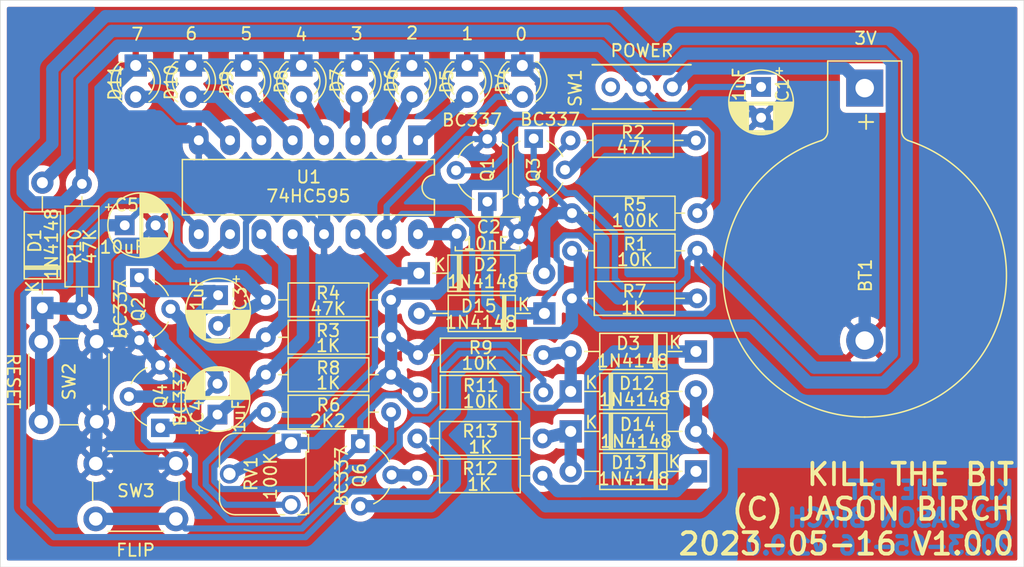
<source format=kicad_pcb>
(kicad_pcb (version 20171130) (host pcbnew 5.1.9+dfsg1-1~bpo10+1~rpt1)
  (layers (0 F.Cu signal) (31 B.Cu signal) (34 B.Paste user) (35 F.Paste user) (36 B.SilkS user) (37 F.SilkS user) (38 B.Mask user) (39 F.Mask user) (44 Edge.Cuts user))
  (net 0 "")
  (net 1 "Net-(BT1-Pad2)")
  (net 2 "Net-(BT1-Pad1)")
  (net 3 "Net-(C1-Pad1)")
  (net 4 "Net-(C3-Pad2)")
  (net 5 /SHIFT_BITS)
  (net 6 /LATCH_BITS)
  (net 7 "Net-(C4-Pad2)")
  (net 8 /RESET)
  (net 9 "Net-(D1-Pad2)")
  (net 10 /RESET_SET_BIT)
  (net 11 "Net-(D2-Pad2)")
  (net 12 "Net-(D13-Pad1)")
  (net 13 "Net-(D12-Pad1)")
  (net 14 /RESET_BIT_CONFIRM)
  (net 15 "Net-(D5-Pad2)")
  (net 16 "Net-(D6-Pad2)")
  (net 17 "Net-(D7-Pad2)")
  (net 18 "Net-(D8-Pad2)")
  (net 19 "Net-(D9-Pad2)")
  (net 20 "Net-(D10-Pad2)")
  (net 21 "Net-(D11-Pad2)")
  (net 22 "Net-(D12-Pad2)")
  (net 23 "Net-(D13-Pad2)")
  (net 24 "Net-(Q1-Pad2)")
  (net 25 "Net-(Q3-Pad2)")
  (net 26 "Net-(Q6-Pad2)")
  (net 27 "Net-(R6-Pad1)")
  (net 28 /CARRY_BIT_7_TO_0)
  (module KiCad_Module_Library:SWITCH_SPDT (layer F.Cu) (at 157 77.03 180)
    (fp_text reference SW1 (at 5.38 -0.09 270) (layer F.SilkS))
    (fp_text value POWER (at -0.03 2.94 180) (layer F.SilkS))
    (pad 1 thru_hole circle (at -2.5 0 180) (size 1.5 1.5) (drill 0.9) (layers *.Cu *.Mask) (net 2 "Net-(BT1-Pad1)"))
    (pad 2 thru_hole circle (at 0 0 180) (size 1.5 1.5) (drill 0.9) (layers *.Cu *.Mask) (net 3 "Net-(C1-Pad1)"))
    (pad 3 thru_hole circle (at 2.5 0 180) (size 1.5 1.5) (drill 0.9) (layers *.Cu *.Mask))
  )
  (module Battery:BatteryHolder_Keystone_103_1x20mm (layer F.Cu) (at 175.090166 77.125001 270)
    (fp_text reference BT1 (at 15.204999 -0.059834 90) (layer F.SilkS))
    (fp_text value 3V (at -4.045001 -0.069834 180) (layer F.SilkS))
    (fp_text user + (at 2.75 0 90) (layer F.SilkS) (effects (font (size 1.5 1.5))))
    (pad 2 thru_hole circle (at 20.49 0 270) (size 3 3) (drill 1.5) (layers *.Cu *.Mask) (net 1 "Net-(BT1-Pad2)"))
    (pad 1 thru_hole rect (at 0 0 270) (size 3 3) (drill 1.5) (layers *.Cu *.Mask) (net 2 "Net-(BT1-Pad1)"))
  )
  (module Capacitor_THT:CP_Radial_D5.0mm_P2.50mm (layer F.Cu) (at 166.69 77.03 270)
    (fp_text reference C1 (at 0.26 -1.73 90) (layer F.SilkS))
    (fp_text value 1uF (at -0.2 1.77 90) (layer F.SilkS))
    (pad 1 thru_hole rect (at 0 0 270) (size 1.6 1.6) (drill 0.8) (layers *.Cu *.Mask) (net 3 "Net-(C1-Pad1)"))
    (pad 2 thru_hole circle (at 2.5 0 270) (size 1.6 1.6) (drill 0.8) (layers *.Cu *.Mask) (net 1 "Net-(BT1-Pad2)"))
  )
  (module Capacitor_THT:C_Disc_D5.0mm_W2.5mm_P5.00mm (layer F.Cu) (at 142.01 88.95)
    (fp_text reference C2 (at 2.59 -0.55) (layer F.SilkS))
    (fp_text value 10nF (at 2.37 0.79) (layer F.SilkS))
    (pad 2 thru_hole circle (at 5 0) (size 1.6 1.6) (drill 0.8) (layers *.Cu *.Mask) (net 1 "Net-(BT1-Pad2)"))
    (pad 1 thru_hole circle (at 0 0) (size 1.6 1.6) (drill 0.8) (layers *.Cu *.Mask) (net 3 "Net-(C1-Pad1)"))
  )
  (module Capacitor_THT:CP_Radial_D5.0mm_P2.50mm (layer F.Cu) (at 122.66 93.93 270)
    (fp_text reference C3 (at 0.27 -1.79 90) (layer F.SilkS))
    (fp_text value 1uF (at -0.12 1.71 90) (layer F.SilkS))
    (pad 2 thru_hole circle (at 2.5 0 270) (size 1.6 1.6) (drill 0.8) (layers *.Cu *.Mask) (net 4 "Net-(C3-Pad2)"))
    (pad 1 thru_hole rect (at 0 0 270) (size 1.6 1.6) (drill 0.8) (layers *.Cu *.Mask) (net 5 /SHIFT_BITS))
  )
  (module Capacitor_THT:CP_Radial_D5.0mm_P2.50mm (layer F.Cu) (at 122.61 103.62 90)
    (fp_text reference C4 (at 0.24 -1.64 90) (layer F.SilkS))
    (fp_text value 1uF (at -0.12 1.73 90) (layer F.SilkS))
    (pad 1 thru_hole rect (at 0 0 90) (size 1.6 1.6) (drill 0.8) (layers *.Cu *.Mask) (net 6 /LATCH_BITS))
    (pad 2 thru_hole circle (at 2.5 0 90) (size 1.6 1.6) (drill 0.8) (layers *.Cu *.Mask) (net 7 "Net-(C4-Pad2)"))
  )
  (module Capacitor_THT:CP_Radial_D5.0mm_P2.50mm (layer F.Cu) (at 115.09 88.26)
    (fp_text reference C5 (at 0.17 -1.65) (layer F.SilkS))
    (fp_text value 10uF (at -0.19 1.78) (layer F.SilkS))
    (pad 2 thru_hole circle (at 2.5 0) (size 1.6 1.6) (drill 0.8) (layers *.Cu *.Mask) (net 1 "Net-(BT1-Pad2)"))
    (pad 1 thru_hole rect (at 0 0) (size 1.6 1.6) (drill 0.8) (layers *.Cu *.Mask) (net 8 /RESET))
  )
  (module Diode_THT:D_A-405_P10.16mm_Horizontal (layer F.Cu) (at 108.41 94.96 90)
    (fp_text reference D1 (at 5.44 -0.61 90) (layer F.SilkS))
    (fp_text value 1N4148 (at 5.18 0.75 90) (layer F.SilkS))
    (fp_text user K (at 1.72 -0.8 90) (layer F.SilkS))
    (pad 2 thru_hole oval (at 10.16 0 90) (size 1.8 1.8) (drill 0.9) (layers *.Cu *.Mask) (net 9 "Net-(D1-Pad2)"))
    (pad 1 thru_hole rect (at 0 0 90) (size 1.8 1.8) (drill 0.9) (layers *.Cu *.Mask) (net 8 /RESET))
  )
  (module Diode_THT:D_A-405_P10.16mm_Horizontal (layer F.Cu) (at 138.94 92.15)
    (fp_text reference D2 (at 5.41 -0.69) (layer F.SilkS))
    (fp_text value 1N4148 (at 5.04 3.99) (layer F.SilkS))
    (fp_text user K (at 1.68 -0.69) (layer F.SilkS))
    (pad 1 thru_hole rect (at 0 0) (size 1.8 1.8) (drill 0.9) (layers *.Cu *.Mask) (net 10 /RESET_SET_BIT))
    (pad 2 thru_hole oval (at 10.16 0) (size 1.8 1.8) (drill 0.9) (layers *.Cu *.Mask) (net 11 "Net-(D2-Pad2)"))
  )
  (module Diode_THT:D_A-405_P10.16mm_Horizontal (layer F.Cu) (at 161.41 98.5 180)
    (fp_text reference D3 (at 5.49 0.65) (layer F.SilkS))
    (fp_text value 1N4148 (at 5.12 -0.77) (layer F.SilkS))
    (fp_text user K (at 1.69 0.74) (layer F.SilkS))
    (pad 2 thru_hole oval (at 10.16 0 180) (size 1.8 1.8) (drill 0.9) (layers *.Cu *.Mask) (net 13 "Net-(D12-Pad1)"))
    (pad 1 thru_hole rect (at 0 0 180) (size 1.8 1.8) (drill 0.9) (layers *.Cu *.Mask) (net 12 "Net-(D13-Pad1)"))
  )
  (module LED_THT:LED_D3.0mm (layer F.Cu) (at 147.33 75.29 270)
    (fp_text reference D4 (at 1.26 1.61 90) (layer F.SilkS))
    (fp_text value 0 (at -2.53 0.09 180) (layer F.SilkS))
    (pad 2 thru_hole circle (at 2.54 0 270) (size 1.8 1.8) (drill 0.9) (layers *.Cu *.Mask) (net 14 /RESET_BIT_CONFIRM))
    (pad 1 thru_hole rect (at 0 0 270) (size 1.8 1.8) (drill 0.9) (layers *.Cu *.Mask) (net 1 "Net-(BT1-Pad2)"))
  )
  (module LED_THT:LED_D3.0mm (layer F.Cu) (at 142.851429 75.29 270)
    (fp_text reference D5 (at 1.29 1.651429 90) (layer F.SilkS))
    (fp_text value 1 (at -2.57 -0.028571 180) (layer F.SilkS))
    (pad 1 thru_hole rect (at 0 0 270) (size 1.8 1.8) (drill 0.9) (layers *.Cu *.Mask) (net 1 "Net-(BT1-Pad2)"))
    (pad 2 thru_hole circle (at 2.54 0 270) (size 1.8 1.8) (drill 0.9) (layers *.Cu *.Mask) (net 15 "Net-(D5-Pad2)"))
  )
  (module LED_THT:LED_D3.0mm (layer F.Cu) (at 138.372858 75.29 270)
    (fp_text reference D6 (at 1.23 1.662858 90) (layer F.SilkS))
    (fp_text value 2 (at -2.63 -0.027142 180) (layer F.SilkS))
    (pad 2 thru_hole circle (at 2.54 0 270) (size 1.8 1.8) (drill 0.9) (layers *.Cu *.Mask) (net 16 "Net-(D6-Pad2)"))
    (pad 1 thru_hole rect (at 0 0 270) (size 1.8 1.8) (drill 0.9) (layers *.Cu *.Mask) (net 1 "Net-(BT1-Pad2)"))
  )
  (module LED_THT:LED_D3.0mm (layer F.Cu) (at 133.894287 75.29 270)
    (fp_text reference D7 (at 1.23 1.604287 90) (layer F.SilkS))
    (fp_text value 3 (at -2.57 -0.015713 180) (layer F.SilkS))
    (pad 1 thru_hole rect (at 0 0 270) (size 1.8 1.8) (drill 0.9) (layers *.Cu *.Mask) (net 1 "Net-(BT1-Pad2)"))
    (pad 2 thru_hole circle (at 2.54 0 270) (size 1.8 1.8) (drill 0.9) (layers *.Cu *.Mask) (net 17 "Net-(D7-Pad2)"))
  )
  (module LED_THT:LED_D3.0mm (layer F.Cu) (at 129.415716 75.29 270)
    (fp_text reference D8 (at 1.29 1.645716 90) (layer F.SilkS))
    (fp_text value 4 (at -2.5 0.015716 180) (layer F.SilkS))
    (pad 2 thru_hole circle (at 2.54 0 270) (size 1.8 1.8) (drill 0.9) (layers *.Cu *.Mask) (net 18 "Net-(D8-Pad2)"))
    (pad 1 thru_hole rect (at 0 0 270) (size 1.8 1.8) (drill 0.9) (layers *.Cu *.Mask) (net 1 "Net-(BT1-Pad2)"))
  )
  (module LED_THT:LED_D3.0mm (layer F.Cu) (at 124.937145 75.29 270)
    (fp_text reference D9 (at 1.39 1.577145 90) (layer F.SilkS))
    (fp_text value 5 (at -2.57 -0.012855 180) (layer F.SilkS))
    (pad 1 thru_hole rect (at 0 0 270) (size 1.8 1.8) (drill 0.9) (layers *.Cu *.Mask) (net 1 "Net-(BT1-Pad2)"))
    (pad 2 thru_hole circle (at 2.54 0 270) (size 1.8 1.8) (drill 0.9) (layers *.Cu *.Mask) (net 19 "Net-(D9-Pad2)"))
  )
  (module LED_THT:LED_D3.0mm (layer F.Cu) (at 120.458574 75.29 270)
    (fp_text reference D10 (at 1.36 1.608574 270) (layer F.SilkS))
    (fp_text value 6 (at -2.57 -0.031426 180) (layer F.SilkS))
    (pad 1 thru_hole rect (at 0 0 270) (size 1.8 1.8) (drill 0.9) (layers *.Cu *.Mask) (net 1 "Net-(BT1-Pad2)"))
    (pad 2 thru_hole circle (at 2.54 0 270) (size 1.8 1.8) (drill 0.9) (layers *.Cu *.Mask) (net 20 "Net-(D10-Pad2)"))
  )
  (module LED_THT:LED_D3.0mm (layer F.Cu) (at 115.980003 75.29 270)
    (fp_text reference D11 (at 1.39 1.690003 270) (layer F.SilkS))
    (fp_text value 7 (at -2.53 -0.129997 180) (layer F.SilkS))
    (pad 2 thru_hole circle (at 2.54 0 270) (size 1.8 1.8) (drill 0.9) (layers *.Cu *.Mask) (net 21 "Net-(D11-Pad2)"))
    (pad 1 thru_hole rect (at 0 0 270) (size 1.8 1.8) (drill 0.9) (layers *.Cu *.Mask) (net 1 "Net-(BT1-Pad2)"))
  )
  (module Diode_THT:D_A-405_P10.16mm_Horizontal (layer F.Cu) (at 151.25 101.743333)
    (fp_text reference D12 (at 5.37 -0.653333) (layer F.SilkS))
    (fp_text value 1N4148 (at 5.2 0.666667) (layer F.SilkS))
    (fp_text user K (at 1.67 -0.723333) (layer F.SilkS))
    (pad 2 thru_hole oval (at 10.16 0) (size 1.8 1.8) (drill 0.9) (layers *.Cu *.Mask) (net 22 "Net-(D12-Pad2)"))
    (pad 1 thru_hole rect (at 0 0) (size 1.8 1.8) (drill 0.9) (layers *.Cu *.Mask) (net 13 "Net-(D12-Pad1)"))
  )
  (module Diode_THT:D_A-405_P10.16mm_Horizontal (layer F.Cu) (at 161.41 108.229999 180)
    (fp_text reference D13 (at 5.43 0.709999) (layer F.SilkS))
    (fp_text value 1N4148 (at 4.86 2.429999) (layer F.SilkS))
    (fp_text user K (at 1.74 0.779999) (layer F.SilkS))
    (pad 2 thru_hole oval (at 10.16 0 180) (size 1.8 1.8) (drill 0.9) (layers *.Cu *.Mask) (net 23 "Net-(D13-Pad2)"))
    (pad 1 thru_hole rect (at 0 0 180) (size 1.8 1.8) (drill 0.9) (layers *.Cu *.Mask) (net 12 "Net-(D13-Pad1)"))
  )
  (module Diode_THT:D_A-405_P10.16mm_Horizontal (layer F.Cu) (at 151.25 104.986666)
    (fp_text reference D14 (at 5.43 -0.566666) (layer F.SilkS))
    (fp_text value 1N4148 (at 5.12 3.853334) (layer F.SilkS))
    (fp_text user K (at 1.67 -0.736666) (layer F.SilkS))
    (pad 1 thru_hole rect (at 0 0) (size 1.8 1.8) (drill 0.9) (layers *.Cu *.Mask) (net 23 "Net-(D13-Pad2)"))
    (pad 2 thru_hole oval (at 10.16 0) (size 1.8 1.8) (drill 0.9) (layers *.Cu *.Mask) (net 22 "Net-(D12-Pad2)"))
  )
  (module Diode_THT:D_A-405_P10.16mm_Horizontal (layer F.Cu) (at 149.12 95.41 180)
    (fp_text reference D15 (at 5.33 0.59) (layer F.SilkS))
    (fp_text value 1N4148 (at 4.97 2.57) (layer F.SilkS))
    (fp_text user K (at 1.67 0.72) (layer F.SilkS))
    (pad 1 thru_hole rect (at 0 0 180) (size 1.8 1.8) (drill 0.9) (layers *.Cu *.Mask) (net 9 "Net-(D1-Pad2)"))
    (pad 2 thru_hole oval (at 10.16 0 180) (size 1.8 1.8) (drill 0.9) (layers *.Cu *.Mask) (net 14 /RESET_BIT_CONFIRM))
  )
  (module Package_TO_SOT_THT:TO-92L_Wide (layer F.Cu) (at 144.49 86.34 90)
    (fp_text reference Q1 (at 2.59 0.01 90) (layer F.SilkS))
    (fp_text value BC337 (at 6.68 5.09 180) (layer F.SilkS))
    (pad 2 thru_hole circle (at 2.54 -2.54 180) (size 1.5 1.5) (drill 0.8) (layers *.Cu *.Mask) (net 24 "Net-(Q1-Pad2)"))
    (pad 3 thru_hole circle (at 5.08 0 180) (size 1.5 1.5) (drill 0.8) (layers *.Cu *.Mask) (net 1 "Net-(BT1-Pad2)"))
    (pad 1 thru_hole rect (at 0 0 180) (size 1.5 1.5) (drill 0.8) (layers *.Cu *.Mask) (net 9 "Net-(D1-Pad2)"))
  )
  (module Package_TO_SOT_THT:TO-92L_Wide (layer F.Cu) (at 116.27 92.51 270)
    (fp_text reference Q2 (at 2.55 0.07 90) (layer F.SilkS))
    (fp_text value BC337 (at 2.55 1.52 90) (layer F.SilkS))
    (pad 2 thru_hole circle (at 2.54 -2.54) (size 1.5 1.5) (drill 0.8) (layers *.Cu *.Mask) (net 7 "Net-(C4-Pad2)"))
    (pad 3 thru_hole circle (at 5.08 0) (size 1.5 1.5) (drill 0.8) (layers *.Cu *.Mask) (net 1 "Net-(BT1-Pad2)"))
    (pad 1 thru_hole rect (at 0 0) (size 1.5 1.5) (drill 0.8) (layers *.Cu *.Mask) (net 5 /SHIFT_BITS))
  )
  (module Package_TO_SOT_THT:TO-92L_Wide (layer F.Cu) (at 148.25 81.22 270)
    (fp_text reference Q3 (at 2.53 0.02 90) (layer F.SilkS))
    (fp_text value BC337 (at -1.5 5 180) (layer F.SilkS))
    (pad 1 thru_hole rect (at 0 0) (size 1.5 1.5) (drill 0.8) (layers *.Cu *.Mask) (net 11 "Net-(D2-Pad2)"))
    (pad 3 thru_hole circle (at 5.08 0) (size 1.5 1.5) (drill 0.8) (layers *.Cu *.Mask) (net 1 "Net-(BT1-Pad2)"))
    (pad 2 thru_hole circle (at 2.54 -2.54) (size 1.5 1.5) (drill 0.8) (layers *.Cu *.Mask) (net 25 "Net-(Q3-Pad2)"))
  )
  (module Package_TO_SOT_THT:TO-92L_Wide (layer F.Cu) (at 117.97 104.7 90)
    (fp_text reference Q4 (at 2.58 0.03 90) (layer F.SilkS))
    (fp_text value BC337 (at 2.54 1.62 90) (layer F.SilkS))
    (pad 1 thru_hole rect (at 0 0 180) (size 1.5 1.5) (drill 0.8) (layers *.Cu *.Mask) (net 6 /LATCH_BITS))
    (pad 3 thru_hole circle (at 5.08 0 180) (size 1.5 1.5) (drill 0.8) (layers *.Cu *.Mask) (net 1 "Net-(BT1-Pad2)"))
    (pad 2 thru_hole circle (at 2.54 -2.54 180) (size 1.5 1.5) (drill 0.8) (layers *.Cu *.Mask) (net 4 "Net-(C3-Pad2)"))
  )
  (module Package_TO_SOT_THT:TO-92L_Wide (layer F.Cu) (at 134.19 105.98 270)
    (fp_text reference Q6 (at 2.57 0.06 90) (layer F.SilkS))
    (fp_text value BC337 (at 2.7 1.51 90) (layer F.SilkS))
    (pad 1 thru_hole rect (at 0 0) (size 1.5 1.5) (drill 0.8) (layers *.Cu *.Mask) (net 10 /RESET_SET_BIT))
    (pad 3 thru_hole circle (at 5.08 0) (size 1.5 1.5) (drill 0.8) (layers *.Cu *.Mask) (net 22 "Net-(D12-Pad2)"))
    (pad 2 thru_hole circle (at 2.54 -2.54) (size 1.5 1.5) (drill 0.8) (layers *.Cu *.Mask) (net 26 "Net-(Q6-Pad2)"))
  )
  (module Resistor_THT:R_Axial_DIN0207_L6.3mm_D2.5mm_P10.16mm_Horizontal (layer F.Cu) (at 151.36 90.33)
    (fp_text reference R1 (at 5.14 -0.54) (layer F.SilkS))
    (fp_text value 10K (at 5.1 0.72) (layer F.SilkS))
    (pad 2 thru_hole oval (at 10.16 0) (size 1.6 1.6) (drill 0.8) (layers *.Cu *.Mask) (net 9 "Net-(D1-Pad2)"))
    (pad 1 thru_hole circle (at 0 0) (size 1.6 1.6) (drill 0.8) (layers *.Cu *.Mask) (net 3 "Net-(C1-Pad1)"))
  )
  (module Resistor_THT:R_Axial_DIN0207_L6.3mm_D2.5mm_P10.16mm_Horizontal (layer F.Cu) (at 161.4 81.37 180)
    (fp_text reference R2 (at 5.09 0.65) (layer F.SilkS))
    (fp_text value 47K (at 4.99 -0.6) (layer F.SilkS))
    (pad 2 thru_hole oval (at 10.16 0 180) (size 1.6 1.6) (drill 0.8) (layers *.Cu *.Mask) (net 9 "Net-(D1-Pad2)"))
    (pad 1 thru_hole circle (at 0 0 180) (size 1.6 1.6) (drill 0.8) (layers *.Cu *.Mask) (net 25 "Net-(Q3-Pad2)"))
  )
  (module Resistor_THT:R_Axial_DIN0207_L6.3mm_D2.5mm_P10.16mm_Horizontal (layer F.Cu) (at 136.69 97.346668 180)
    (fp_text reference R3 (at 5.11 0.536668) (layer F.SilkS))
    (fp_text value 1K (at 5.11 -0.683332) (layer F.SilkS))
    (pad 2 thru_hole oval (at 10.16 0 180) (size 1.6 1.6) (drill 0.8) (layers *.Cu *.Mask) (net 5 /SHIFT_BITS))
    (pad 1 thru_hole circle (at 0 0 180) (size 1.6 1.6) (drill 0.8) (layers *.Cu *.Mask) (net 3 "Net-(C1-Pad1)"))
  )
  (module Resistor_THT:R_Axial_DIN0207_L6.3mm_D2.5mm_P10.16mm_Horizontal (layer F.Cu) (at 136.69 94.310002 180)
    (fp_text reference R4 (at 5.11 0.540002) (layer F.SilkS))
    (fp_text value 47K (at 5.11 -0.719998) (layer F.SilkS))
    (pad 2 thru_hole oval (at 10.16 0 180) (size 1.6 1.6) (drill 0.8) (layers *.Cu *.Mask) (net 4 "Net-(C3-Pad2)"))
    (pad 1 thru_hole circle (at 0 0 180) (size 1.6 1.6) (drill 0.8) (layers *.Cu *.Mask) (net 3 "Net-(C1-Pad1)"))
  )
  (module Resistor_THT:R_Axial_DIN0207_L6.3mm_D2.5mm_P10.16mm_Horizontal (layer F.Cu) (at 151.36 87.27)
    (fp_text reference R5 (at 5.1 -0.68) (layer F.SilkS))
    (fp_text value 100K (at 5.14 0.61) (layer F.SilkS))
    (pad 1 thru_hole circle (at 0 0) (size 1.6 1.6) (drill 0.8) (layers *.Cu *.Mask) (net 11 "Net-(D2-Pad2)"))
    (pad 2 thru_hole oval (at 10.16 0) (size 1.6 1.6) (drill 0.8) (layers *.Cu *.Mask) (net 24 "Net-(Q1-Pad2)"))
  )
  (module Resistor_THT:R_Axial_DIN0207_L6.3mm_D2.5mm_P10.16mm_Horizontal (layer F.Cu) (at 126.53 103.42)
    (fp_text reference R6 (at 5.09 -0.57) (layer F.SilkS))
    (fp_text value 2K2 (at 5.02 0.71) (layer F.SilkS))
    (pad 1 thru_hole circle (at 0 0) (size 1.6 1.6) (drill 0.8) (layers *.Cu *.Mask) (net 27 "Net-(R6-Pad1)"))
    (pad 2 thru_hole oval (at 10.16 0) (size 1.6 1.6) (drill 0.8) (layers *.Cu *.Mask) (net 7 "Net-(C4-Pad2)"))
  )
  (module Resistor_THT:R_Axial_DIN0207_L6.3mm_D2.5mm_P10.16mm_Horizontal (layer F.Cu) (at 151.35 94.19)
    (fp_text reference R7 (at 5.07 -0.57) (layer F.SilkS))
    (fp_text value 1K (at 4.97 0.78) (layer F.SilkS))
    (pad 1 thru_hole circle (at 0 0) (size 1.6 1.6) (drill 0.8) (layers *.Cu *.Mask) (net 3 "Net-(C1-Pad1)"))
    (pad 2 thru_hole oval (at 10.16 0) (size 1.6 1.6) (drill 0.8) (layers *.Cu *.Mask) (net 11 "Net-(D2-Pad2)"))
  )
  (module Resistor_THT:R_Axial_DIN0207_L6.3mm_D2.5mm_P10.16mm_Horizontal (layer F.Cu) (at 136.69 100.383334 180)
    (fp_text reference R8 (at 5.09 0.543334) (layer F.SilkS))
    (fp_text value 1K (at 5.09 -0.676666) (layer F.SilkS))
    (pad 2 thru_hole oval (at 10.16 0 180) (size 1.6 1.6) (drill 0.8) (layers *.Cu *.Mask) (net 6 /LATCH_BITS))
    (pad 1 thru_hole circle (at 0 0 180) (size 1.6 1.6) (drill 0.8) (layers *.Cu *.Mask) (net 3 "Net-(C1-Pad1)"))
  )
  (module Resistor_THT:R_Axial_DIN0207_L6.3mm_D2.5mm_P10.16mm_Horizontal (layer F.Cu) (at 149.03 98.79 180)
    (fp_text reference R9 (at 5.07 0.59) (layer F.SilkS))
    (fp_text value 10K (at 5.17 -0.67) (layer F.SilkS))
    (pad 1 thru_hole circle (at 0 0 180) (size 1.6 1.6) (drill 0.8) (layers *.Cu *.Mask) (net 13 "Net-(D12-Pad1)"))
    (pad 2 thru_hole oval (at 10.16 0 180) (size 1.6 1.6) (drill 0.8) (layers *.Cu *.Mask) (net 3 "Net-(C1-Pad1)"))
  )
  (module Resistor_THT:R_Axial_DIN0207_L6.3mm_D2.5mm_P10.16mm_Horizontal (layer F.Cu) (at 111.62 84.9 270)
    (fp_text reference R10 (at 5.08 0.58 90) (layer F.SilkS))
    (fp_text value 47K (at 5.08 -0.64 90) (layer F.SilkS))
    (pad 1 thru_hole circle (at 0 0 270) (size 1.6 1.6) (drill 0.8) (layers *.Cu *.Mask) (net 3 "Net-(C1-Pad1)"))
    (pad 2 thru_hole oval (at 10.16 0 270) (size 1.6 1.6) (drill 0.8) (layers *.Cu *.Mask) (net 8 /RESET))
  )
  (module Resistor_THT:R_Axial_DIN0207_L6.3mm_D2.5mm_P10.16mm_Horizontal (layer F.Cu) (at 149.03 101.82 180)
    (fp_text reference R11 (at 5.07 0.55) (layer F.SilkS))
    (fp_text value 10K (at 5.07 -0.74) (layer F.SilkS))
    (pad 1 thru_hole circle (at 0 0 180) (size 1.6 1.6) (drill 0.8) (layers *.Cu *.Mask) (net 10 /RESET_SET_BIT))
    (pad 2 thru_hole oval (at 10.16 0 180) (size 1.6 1.6) (drill 0.8) (layers *.Cu *.Mask) (net 3 "Net-(C1-Pad1)"))
  )
  (module Resistor_THT:R_Axial_DIN0207_L6.3mm_D2.5mm_P10.16mm_Horizontal (layer F.Cu) (at 138.81 108.59)
    (fp_text reference R12 (at 5.1 -0.58) (layer F.SilkS))
    (fp_text value 1K (at 5.03 0.7) (layer F.SilkS))
    (pad 2 thru_hole oval (at 10.16 0) (size 1.6 1.6) (drill 0.8) (layers *.Cu *.Mask) (net 12 "Net-(D13-Pad1)"))
    (pad 1 thru_hole circle (at 0 0) (size 1.6 1.6) (drill 0.8) (layers *.Cu *.Mask) (net 26 "Net-(Q6-Pad2)"))
  )
  (module Resistor_THT:R_Axial_DIN0207_L6.3mm_D2.5mm_P10.16mm_Horizontal (layer F.Cu) (at 148.97 105.56 180)
    (fp_text reference R13 (at 5.06 0.59) (layer F.SilkS))
    (fp_text value 1K (at 5.03 -0.7) (layer F.SilkS))
    (pad 2 thru_hole oval (at 10.16 0 180) (size 1.6 1.6) (drill 0.8) (layers *.Cu *.Mask) (net 28 /CARRY_BIT_7_TO_0))
    (pad 1 thru_hole circle (at 0 0 180) (size 1.6 1.6) (drill 0.8) (layers *.Cu *.Mask) (net 23 "Net-(D13-Pad2)"))
  )
  (module Button_Switch_THT:SW_PUSH_6mm (layer F.Cu) (at 112.81 97.7 270)
    (fp_text reference SW2 (at 3.24 2.23 90) (layer F.SilkS))
    (fp_text value RESET (at 3.2 6.75 270 unlocked) (layer F.SilkS))
    (pad 1 thru_hole circle (at 6.5 0) (size 2 2) (drill 1.1) (layers *.Cu *.Mask) (net 1 "Net-(BT1-Pad2)"))
    (pad 2 thru_hole circle (at 6.5 4.5) (size 2 2) (drill 1.1) (layers *.Cu *.Mask) (net 8 /RESET))
    (pad 1 thru_hole circle (at 0 0) (size 2 2) (drill 1.1) (layers *.Cu *.Mask) (net 1 "Net-(BT1-Pad2)"))
    (pad 2 thru_hole circle (at 0 4.5) (size 2 2) (drill 1.1) (layers *.Cu *.Mask) (net 8 /RESET))
  )
  (module Button_Switch_THT:SW_PUSH_6mm (layer F.Cu) (at 112.74 107.59)
    (fp_text reference SW3 (at 3.26 2.22) (layer F.SilkS))
    (fp_text value FLIP (at 3.23 7.04) (layer F.SilkS))
    (pad 2 thru_hole circle (at 0 4.5 90) (size 2 2) (drill 1.1) (layers *.Cu *.Mask) (net 13 "Net-(D12-Pad1)"))
    (pad 1 thru_hole circle (at 0 0 90) (size 2 2) (drill 1.1) (layers *.Cu *.Mask) (net 1 "Net-(BT1-Pad2)"))
    (pad 2 thru_hole circle (at 6.5 4.5 90) (size 2 2) (drill 1.1) (layers *.Cu *.Mask) (net 13 "Net-(D12-Pad1)"))
    (pad 1 thru_hole circle (at 6.5 0 90) (size 2 2) (drill 1.1) (layers *.Cu *.Mask) (net 1 "Net-(BT1-Pad2)"))
  )
  (module Package_DIP:DIP-16_W7.62mm_LongPads (layer F.Cu) (at 138.87 81.36 270)
    (fp_text reference U1 (at 2.98 8.86 180) (layer F.SilkS))
    (fp_text value 74HC595 (at 4.53 8.89 180) (layer F.SilkS))
    (pad 1 thru_hole rect (at 0 0 270) (size 2.4 1.6) (drill 0.8) (layers *.Cu *.Mask) (net 15 "Net-(D5-Pad2)"))
    (pad 9 thru_hole oval (at 7.62 17.78 270) (size 2.4 1.6) (drill 0.8) (layers *.Cu *.Mask) (net 28 /CARRY_BIT_7_TO_0))
    (pad 2 thru_hole oval (at 0 2.54 270) (size 2.4 1.6) (drill 0.8) (layers *.Cu *.Mask) (net 16 "Net-(D6-Pad2)"))
    (pad 10 thru_hole oval (at 7.62 15.24 270) (size 2.4 1.6) (drill 0.8) (layers *.Cu *.Mask) (net 8 /RESET))
    (pad 3 thru_hole oval (at 0 5.08 270) (size 2.4 1.6) (drill 0.8) (layers *.Cu *.Mask) (net 17 "Net-(D7-Pad2)"))
    (pad 11 thru_hole oval (at 7.62 12.7 270) (size 2.4 1.6) (drill 0.8) (layers *.Cu *.Mask) (net 5 /SHIFT_BITS))
    (pad 4 thru_hole oval (at 0 7.62 270) (size 2.4 1.6) (drill 0.8) (layers *.Cu *.Mask) (net 18 "Net-(D8-Pad2)"))
    (pad 12 thru_hole oval (at 7.62 10.16 270) (size 2.4 1.6) (drill 0.8) (layers *.Cu *.Mask) (net 6 /LATCH_BITS))
    (pad 5 thru_hole oval (at 0 10.16 270) (size 2.4 1.6) (drill 0.8) (layers *.Cu *.Mask) (net 19 "Net-(D9-Pad2)"))
    (pad 13 thru_hole oval (at 7.62 7.62 270) (size 2.4 1.6) (drill 0.8) (layers *.Cu *.Mask) (net 1 "Net-(BT1-Pad2)"))
    (pad 6 thru_hole oval (at 0 12.7 270) (size 2.4 1.6) (drill 0.8) (layers *.Cu *.Mask) (net 20 "Net-(D10-Pad2)"))
    (pad 14 thru_hole oval (at 7.62 5.08 270) (size 2.4 1.6) (drill 0.8) (layers *.Cu *.Mask) (net 10 /RESET_SET_BIT))
    (pad 7 thru_hole oval (at 0 15.24 270) (size 2.4 1.6) (drill 0.8) (layers *.Cu *.Mask) (net 21 "Net-(D11-Pad2)"))
    (pad 15 thru_hole oval (at 7.62 2.54 270) (size 2.4 1.6) (drill 0.8) (layers *.Cu *.Mask) (net 14 /RESET_BIT_CONFIRM))
    (pad 8 thru_hole oval (at 0 17.78 270) (size 2.4 1.6) (drill 0.8) (layers *.Cu *.Mask) (net 1 "Net-(BT1-Pad2)"))
    (pad 16 thru_hole oval (at 7.62 0 270) (size 2.4 1.6) (drill 0.8) (layers *.Cu *.Mask) (net 3 "Net-(C1-Pad1)"))
  )
  (module Potentiometer_THT:Potentiometer_Runtron_RM-065_Vertical (layer F.Cu) (at 128.58 105.94 270)
    (fp_text reference RV1 (at 2.48 3.25 90) (layer F.SilkS))
    (fp_text value 100K (at 2.68 1.67 90) (layer F.SilkS))
    (pad 3 thru_hole circle (at 5 0 270) (size 1.55 1.55) (drill 1) (layers *.Cu *.Mask) (net 27 "Net-(R6-Pad1)"))
    (pad 1 thru_hole rect (at 0 0 270) (size 1.55 1.55) (drill 1) (layers *.Cu *.Mask) (net 3 "Net-(C1-Pad1)"))
    (pad 2 thru_hole circle (at 2.5 5 270) (size 1.55 1.55) (drill 1) (layers *.Cu *.Mask) (net 3 "Net-(C1-Pad1)"))
  )
  (gr_text "KILL THE BIT\n(C) JASON BIRCH\n2023-05-16 V1.0.0" (at 187.38 111.3) (layer F.SilkS) (effects (font (size 1.75 1.75) (thickness 0.3)) (justify right)))
  (gr_text "KILL THE BIT\n(C) JASON BIRCH\n2023-05-16 V1.0.0" (at 187.38 112.0105) (layer B.Cu) (effects (font (size 1.4 1.4) (thickness 0.35)) (justify left mirror)))
  (gr_line (start 188 116) (end 188 70) (layer Edge.Cuts) (width 0.05))
  (gr_line (start 105 116) (end 188 116) (layer Edge.Cuts) (width 0.05))
  (gr_line (start 105 70) (end 105 116) (layer Edge.Cuts) (width 0.05))
  (gr_line (start 188 70) (end 105 70) (layer Edge.Cuts) (width 0.05))
  (segment (start 115.980003 75.29) (end 120.458574 75.29) (width 1) (layer B.Cu) (net 1))
  (segment (start 120.458574 75.29) (end 124.937145 75.29) (width 1) (layer B.Cu) (net 1))
  (segment (start 114.380002 76.890001) (end 114.380002 78.598001) (width 1) (layer B.Cu) (net 1))
  (segment (start 115.980003 75.29) (end 114.380002 76.890001) (width 1) (layer B.Cu) (net 1))
  (segment (start 124.937145 75.29) (end 129.415716 75.29) (width 1) (layer B.Cu) (net 1))
  (segment (start 129.415716 75.29) (end 133.894287 75.29) (width 1) (layer B.Cu) (net 1))
  (segment (start 133.894287 75.29) (end 138.372858 75.29) (width 1) (layer B.Cu) (net 1))
  (segment (start 147.33 75.29) (end 142.851429 75.29) (width 1) (layer B.Cu) (net 1))
  (segment (start 142.851429 75.29) (end 138.372858 75.29) (width 1) (layer B.Cu) (net 1))
  (segment (start 117.97 99.62) (end 116.27 97.59) (width 1) (layer B.Cu) (net 1))
  (segment (start 131.25 88.58) (end 131.25 88.98) (width 1) (layer B.Cu) (net 1))
  (segment (start 131.25 86.44) (end 131.25 88.58) (width 1) (layer B.Cu) (net 1))
  (segment (start 123.198666 83.45) (end 128.26 83.45) (width 1) (layer B.Cu) (net 1))
  (segment (start 128.26 83.45) (end 131.25 86.44) (width 1) (layer B.Cu) (net 1))
  (segment (start 121.09 81.36) (end 121.108666 81.36) (width 1) (layer B.Cu) (net 1))
  (segment (start 121.108666 81.36) (end 123.198666 83.45) (width 1) (layer B.Cu) (net 1))
  (segment (start 120.210011 80.630011) (end 119.06294 80.63001) (width 1) (layer B.Cu) (net 1))
  (segment (start 121.09 81.36) (end 120.94 81.36) (width 1) (layer B.Cu) (net 1))
  (segment (start 120.94 81.36) (end 120.210011 80.630011) (width 1) (layer B.Cu) (net 1))
  (segment (start 115.212002 79.430001) (end 114.380002 78.598001) (width 1) (layer B.Cu) (net 1))
  (segment (start 117.862931 79.430001) (end 115.212002 79.430001) (width 1) (layer B.Cu) (net 1))
  (segment (start 119.06294 80.63001) (end 117.862931 79.430001) (width 1) (layer B.Cu) (net 1))
  (segment (start 112.81 104.2) (end 112.81 97.7) (width 1) (layer B.Cu) (net 1))
  (segment (start 116.27 97.59) (end 112.81 97.7) (width 1) (layer B.Cu) (net 1))
  (segment (start 129.905 87.235) (end 131.25 88.58) (width 0.5) (layer B.Cu) (net 1))
  (segment (start 124.91999 90.24001) (end 124.91999 88.062229) (width 0.5) (layer B.Cu) (net 1))
  (segment (start 123.73001 91.42999) (end 124.91999 90.24001) (width 0.5) (layer B.Cu) (net 1))
  (segment (start 124.91999 88.062229) (end 125.747219 87.235) (width 0.5) (layer B.Cu) (net 1))
  (segment (start 120.073506 91.42999) (end 123.73001 91.42999) (width 0.5) (layer B.Cu) (net 1))
  (segment (start 119.36 90.716484) (end 120.073506 91.42999) (width 0.5) (layer B.Cu) (net 1))
  (segment (start 125.747219 87.235) (end 129.905 87.235) (width 0.5) (layer B.Cu) (net 1))
  (segment (start 119.36 90.666483) (end 119.36 90.716484) (width 0.5) (layer B.Cu) (net 1))
  (segment (start 118.803506 90.109989) (end 119.36 90.666483) (width 0.5) (layer B.Cu) (net 1))
  (segment (start 117.59 88.26) (end 118.803506 90.109989) (width 0.5) (layer B.Cu) (net 1))
  (segment (start 117.59 89.39137) (end 117.59 88.26) (width 1) (layer B.Cu) (net 1))
  (segment (start 113.479992 90.842936) (end 114.562927 89.760001) (width 1) (layer B.Cu) (net 1))
  (segment (start 117.221369 89.760001) (end 117.59 89.39137) (width 1) (layer B.Cu) (net 1))
  (segment (start 114.562927 89.760001) (end 117.221369 89.760001) (width 1) (layer B.Cu) (net 1))
  (segment (start 112.81 97.7) (end 113.479992 97.030008) (width 1) (layer B.Cu) (net 1))
  (segment (start 113.479992 97.030008) (end 113.479992 90.842936) (width 1) (layer B.Cu) (net 1))
  (segment (start 148.25 86.3) (end 147.06 89.3) (width 1) (layer B.Cu) (net 1))
  (segment (start 147.500001 85.550001) (end 148.25 86.3) (width 0.5) (layer B.Cu) (net 1))
  (segment (start 142.769964 81.26) (end 140.37 83.659964) (width 0.5) (layer B.Cu) (net 1))
  (segment (start 144.49 81.26) (end 142.769964 81.26) (width 0.5) (layer B.Cu) (net 1))
  (segment (start 140.37 83.659964) (end 140.37 84.63) (width 0.5) (layer B.Cu) (net 1))
  (segment (start 140.879999 85.139999) (end 147.089999 85.139999) (width 0.5) (layer B.Cu) (net 1))
  (segment (start 140.37 84.63) (end 140.879999 85.139999) (width 0.5) (layer B.Cu) (net 1))
  (segment (start 147.089999 85.139999) (end 147.500001 85.550001) (width 0.5) (layer B.Cu) (net 1))
  (segment (start 148.680001 76.640001) (end 147.33 75.29) (width 0.5) (layer B.Cu) (net 1))
  (segment (start 148.680001 78.478001) (end 148.680001 76.640001) (width 0.5) (layer B.Cu) (net 1))
  (segment (start 147.868002 79.29) (end 148.680001 78.478001) (width 0.5) (layer B.Cu) (net 1))
  (segment (start 144.49 81.26) (end 146.46 79.29) (width 0.5) (layer B.Cu) (net 1))
  (segment (start 146.46 79.29) (end 147.868002 79.29) (width 0.5) (layer B.Cu) (net 1))
  (segment (start 166.700332 79.53) (end 166.69 79.53) (width 1) (layer B.Cu) (net 1))
  (segment (start 175.090166 97.615001) (end 175.090166 87.919834) (width 1) (layer B.Cu) (net 1))
  (segment (start 175.090166 87.919834) (end 166.700332 79.53) (width 1) (layer B.Cu) (net 1))
  (segment (start 166.42 79.26) (end 166.69 79.53) (width 0.5) (layer B.Cu) (net 1))
  (segment (start 152.7 79.26) (end 166.42 79.26) (width 0.5) (layer B.Cu) (net 1))
  (segment (start 147.33 75.29) (end 148.73 75.29) (width 0.5) (layer B.Cu) (net 1))
  (segment (start 148.73 75.29) (end 152.7 79.26) (width 0.5) (layer B.Cu) (net 1))
  (segment (start 119.24 107.59) (end 112.74 107.59) (width 1) (layer B.Cu) (net 1))
  (segment (start 112.74 107.59) (end 112.81 104.2) (width 1) (layer B.Cu) (net 1))
  (segment (start 160.249999 76.280001) (end 159.5 77.03) (width 1) (layer B.Cu) (net 2))
  (segment (start 161.000001 75.529999) (end 160.249999 76.280001) (width 1) (layer B.Cu) (net 2))
  (segment (start 175.090166 77.125001) (end 173.495164 75.529999) (width 1) (layer B.Cu) (net 2))
  (segment (start 173.495164 75.529999) (end 161.000001 75.529999) (width 1) (layer B.Cu) (net 2))
  (segment (start 136.69 94.310002) (end 136.69 97.346668) (width 1) (layer B.Cu) (net 3))
  (segment (start 136.69 97.346668) (end 136.69 100.383334) (width 1) (layer B.Cu) (net 3))
  (segment (start 136.69 97.346668) (end 138.87 98.79) (width 1) (layer B.Cu) (net 3))
  (segment (start 136.69 100.383334) (end 138.87 101.82) (width 1) (layer B.Cu) (net 3))
  (segment (start 153.659999 73.689999) (end 114.520002 73.689999) (width 1) (layer B.Cu) (net 3))
  (segment (start 111.62 83.76863) (end 111.62 84.9) (width 1) (layer B.Cu) (net 3))
  (segment (start 111.62 76.590001) (end 111.62 83.76863) (width 1) (layer B.Cu) (net 3))
  (segment (start 114.520002 73.689999) (end 111.62 76.590001) (width 1) (layer B.Cu) (net 3))
  (segment (start 157 77.03) (end 153.659999 73.689999) (width 1) (layer B.Cu) (net 3))
  (segment (start 123.58 108.44) (end 128.58 105.94) (width 1) (layer B.Cu) (net 3))
  (segment (start 151.99 90.96) (end 151.36 90.33) (width 1) (layer B.Cu) (net 3))
  (segment (start 151.35 94.19) (end 151.99 93.55) (width 1) (layer B.Cu) (net 3))
  (segment (start 151.99 93.55) (end 151.99 90.96) (width 1) (layer B.Cu) (net 3))
  (segment (start 140.350002 93.8) (end 137.200002 93.8) (width 1) (layer B.Cu) (net 3))
  (segment (start 142 92.150002) (end 140.350002 93.8) (width 1) (layer B.Cu) (net 3))
  (segment (start 142 88.99) (end 142 92.150002) (width 1) (layer B.Cu) (net 3))
  (segment (start 138.87 88.98) (end 141.99 88.98) (width 1) (layer B.Cu) (net 3))
  (segment (start 137.200002 93.8) (end 136.69 94.310002) (width 1) (layer B.Cu) (net 3))
  (segment (start 141.99 88.98) (end 142 88.99) (width 1) (layer B.Cu) (net 3))
  (segment (start 151.35 95.32137) (end 151.35 94.19) (width 1) (layer B.Cu) (net 3))
  (segment (start 151.35 96.240002) (end 151.35 95.32137) (width 1) (layer B.Cu) (net 3))
  (segment (start 150.580001 97.010001) (end 151.35 96.240002) (width 1) (layer B.Cu) (net 3))
  (segment (start 140.649999 97.010001) (end 150.580001 97.010001) (width 1) (layer B.Cu) (net 3))
  (segment (start 138.87 98.79) (end 140.649999 97.010001) (width 1) (layer B.Cu) (net 3))
  (segment (start 161.46 77.03) (end 166.69 77.03) (width 0.5) (layer B.Cu) (net 3))
  (segment (start 160.009999 78.480001) (end 161.46 77.03) (width 0.5) (layer B.Cu) (net 3))
  (segment (start 157 77.03) (end 158.450001 78.480001) (width 0.5) (layer B.Cu) (net 3))
  (segment (start 158.450001 78.480001) (end 160.009999 78.480001) (width 0.5) (layer B.Cu) (net 3))
  (segment (start 153.56 96.4) (end 151.35 94.19) (width 1) (layer B.Cu) (net 3))
  (segment (start 165.892929 96.4) (end 153.56 96.4) (width 1) (layer B.Cu) (net 3))
  (segment (start 170.50794 101.015011) (end 165.892929 96.4) (width 1) (layer B.Cu) (net 3))
  (segment (start 176.643227 101.015013) (end 170.50794 101.015011) (width 1) (layer B.Cu) (net 3))
  (segment (start 178.490178 99.168062) (end 176.643227 101.015013) (width 1) (layer B.Cu) (net 3))
  (segment (start 158.755871 74.379989) (end 160.00588 73.12998) (width 1) (layer B.Cu) (net 3))
  (segment (start 109.219979 81.622019) (end 109.219979 75.595881) (width 1) (layer B.Cu) (net 3))
  (segment (start 106.809999 85.568001) (end 106.809999 84.031999) (width 1) (layer B.Cu) (net 3))
  (segment (start 106.809999 84.031999) (end 109.219979 81.622019) (width 1) (layer B.Cu) (net 3))
  (segment (start 107.641999 86.400001) (end 106.809999 85.568001) (width 1) (layer B.Cu) (net 3))
  (segment (start 111.62 84.9) (end 110.119999 86.400001) (width 1) (layer B.Cu) (net 3))
  (segment (start 110.119999 86.400001) (end 107.641999 86.400001) (width 1) (layer B.Cu) (net 3))
  (segment (start 109.219979 75.595881) (end 113.52588 71.28998) (width 1) (layer B.Cu) (net 3))
  (segment (start 113.52588 71.28998) (end 154.654121 71.289981) (width 1) (layer B.Cu) (net 3))
  (segment (start 157.744129 74.379989) (end 158.755871 74.379989) (width 1) (layer B.Cu) (net 3))
  (segment (start 154.654121 71.289981) (end 157.744129 74.379989) (width 1) (layer B.Cu) (net 3))
  (segment (start 160.00588 73.12998) (end 177.052218 73.12998) (width 1) (layer B.Cu) (net 3))
  (segment (start 177.052218 73.12998) (end 178.490177 74.567939) (width 1) (layer B.Cu) (net 3))
  (segment (start 178.490176 96.061938) (end 178.490178 96.06194) (width 1) (layer B.Cu) (net 3))
  (segment (start 178.490177 74.567939) (end 178.490176 96.061938) (width 1) (layer B.Cu) (net 3))
  (segment (start 178.490178 96.06194) (end 178.490178 99.168062) (width 1) (layer B.Cu) (net 3))
  (segment (start 136.68 100.393334) (end 136.69 100.383334) (width 1) (layer B.Cu) (net 3))
  (segment (start 136.166666 100.393334) (end 136.68 100.393334) (width 1) (layer B.Cu) (net 3))
  (segment (start 128.58 105.94) (end 130.62 105.94) (width 1) (layer B.Cu) (net 3))
  (segment (start 130.62 105.94) (end 136.166666 100.393334) (width 1) (layer B.Cu) (net 3))
  (segment (start 122.66 96.43) (end 126.53 94.310002) (width 1) (layer B.Cu) (net 4))
  (segment (start 120.9 100.403998) (end 120.9 101.45) (width 1) (layer B.Cu) (net 4))
  (segment (start 118.17 97.343998) (end 118.17 97.673998) (width 1) (layer B.Cu) (net 4))
  (segment (start 114.680001 93.853999) (end 118.17 97.343998) (width 1) (layer B.Cu) (net 4))
  (segment (start 118.17 97.673998) (end 120.9 100.403998) (width 1) (layer B.Cu) (net 4))
  (segment (start 124.599998 92.38) (end 118.86 92.38) (width 1) (layer B.Cu) (net 4))
  (segment (start 114.680001 91.339997) (end 114.680001 93.853999) (width 1) (layer B.Cu) (net 4))
  (segment (start 126.53 94.310002) (end 124.599998 92.38) (width 1) (layer B.Cu) (net 4))
  (segment (start 120.19 102.16) (end 115.43 102.16) (width 1) (layer B.Cu) (net 4))
  (segment (start 120.9 101.45) (end 120.19 102.16) (width 1) (layer B.Cu) (net 4))
  (segment (start 118.86 92.38) (end 117.539999 91.059999) (width 1) (layer B.Cu) (net 4))
  (segment (start 117.539999 91.059999) (end 114.959999 91.059999) (width 1) (layer B.Cu) (net 4))
  (segment (start 114.959999 91.059999) (end 114.680001 91.339997) (width 1) (layer B.Cu) (net 4))
  (segment (start 128.030001 91.240001) (end 126.17 89.38) (width 1) (layer B.Cu) (net 5))
  (segment (start 128.030001 95.846667) (end 128.030001 91.240001) (width 1) (layer B.Cu) (net 5))
  (segment (start 126.17 89.38) (end 126.17 88.98) (width 1) (layer B.Cu) (net 5))
  (segment (start 126.53 97.346668) (end 128.030001 95.846667) (width 1) (layer B.Cu) (net 5))
  (segment (start 121.159999 95.430001) (end 122.66 93.93) (width 1) (layer B.Cu) (net 5))
  (segment (start 121.159999 97.150001) (end 121.159999 95.430001) (width 1) (layer B.Cu) (net 5))
  (segment (start 121.939999 97.930001) (end 121.159999 97.150001) (width 1) (layer B.Cu) (net 5))
  (segment (start 126.53 97.346668) (end 125.946667 97.930001) (width 1) (layer B.Cu) (net 5))
  (segment (start 125.946667 97.930001) (end 121.939999 97.930001) (width 1) (layer B.Cu) (net 5))
  (segment (start 122.329999 93.599999) (end 122.66 93.93) (width 1) (layer B.Cu) (net 5))
  (segment (start 116.27 92.51) (end 117.359999 93.599999) (width 1) (layer B.Cu) (net 5))
  (segment (start 117.359999 93.599999) (end 122.329999 93.599999) (width 1) (layer B.Cu) (net 5))
  (segment (start 126.53 100.383334) (end 122.61 103.62) (width 1) (layer B.Cu) (net 6))
  (segment (start 129.54 89.81) (end 128.71 88.98) (width 1) (layer B.Cu) (net 6))
  (segment (start 126.53 100.383334) (end 129.54 97.373334) (width 1) (layer B.Cu) (net 6))
  (segment (start 129.54 97.373334) (end 129.54 89.81) (width 1) (layer B.Cu) (net 6))
  (segment (start 121.53 104.7) (end 122.61 103.62) (width 1) (layer B.Cu) (net 6))
  (segment (start 117.97 104.7) (end 121.53 104.7) (width 1) (layer B.Cu) (net 6))
  (segment (start 119.8 97.55) (end 122.61 100.36) (width 1) (layer B.Cu) (net 7))
  (segment (start 122.61 100.36) (end 122.61 101.12) (width 1) (layer B.Cu) (net 7))
  (segment (start 118.81 95.05) (end 119.8 96.04) (width 1) (layer B.Cu) (net 7))
  (segment (start 119.8 96.04) (end 119.8 97.55) (width 1) (layer B.Cu) (net 7))
  (segment (start 120.44 103.29) (end 122.61 101.12) (width 0.5) (layer B.Cu) (net 7))
  (segment (start 117.1 103.29) (end 120.44 103.29) (width 0.5) (layer B.Cu) (net 7))
  (segment (start 116.64 103.75) (end 117.1 103.29) (width 0.5) (layer B.Cu) (net 7))
  (segment (start 117.099997 106.139999) (end 116.64 105.680002) (width 0.5) (layer B.Cu) (net 7))
  (segment (start 116.64 105.680002) (end 116.64 103.75) (width 0.5) (layer B.Cu) (net 7))
  (segment (start 136.69 103.42) (end 136.69 105.790002) (width 0.5) (layer B.Cu) (net 7))
  (segment (start 134.550002 107.93) (end 133.403002 107.93) (width 0.5) (layer B.Cu) (net 7))
  (segment (start 133.403002 107.93) (end 129.168001 112.165001) (width 0.5) (layer B.Cu) (net 7))
  (segment (start 119.936001 106.139999) (end 117.099997 106.139999) (width 0.5) (layer B.Cu) (net 7))
  (segment (start 120.78 106.983998) (end 119.936001 106.139999) (width 0.5) (layer B.Cu) (net 7))
  (segment (start 120.78 109.432928) (end 120.78 106.983998) (width 0.5) (layer B.Cu) (net 7))
  (segment (start 136.69 105.790002) (end 134.550002 107.93) (width 0.5) (layer B.Cu) (net 7))
  (segment (start 123.512073 112.165001) (end 120.78 109.432928) (width 0.5) (layer B.Cu) (net 7))
  (segment (start 129.168001 112.165001) (end 123.512073 112.165001) (width 0.5) (layer B.Cu) (net 7))
  (segment (start 108.31 104.2) (end 108.31 97.7) (width 1) (layer B.Cu) (net 8))
  (segment (start 108.31 95.06) (end 108.41 94.96) (width 1) (layer B.Cu) (net 8))
  (segment (start 108.31 97.7) (end 108.31 95.06) (width 1) (layer B.Cu) (net 8))
  (segment (start 108.41 94.96) (end 111.62 95.06) (width 1) (layer B.Cu) (net 8))
  (segment (start 113.29 88.26) (end 115.09 88.26) (width 1) (layer B.Cu) (net 8))
  (segment (start 111.62 89.93) (end 113.29 88.26) (width 1) (layer B.Cu) (net 8))
  (segment (start 111.62 95.06) (end 111.62 89.93) (width 1) (layer B.Cu) (net 8))
  (segment (start 116.340001 87.009999) (end 115.09 88.26) (width 0.5) (layer B.Cu) (net 8))
  (segment (start 121.95 90.66) (end 120.343479 90.66) (width 0.5) (layer B.Cu) (net 8))
  (segment (start 120.343479 90.66) (end 119.349365 89.665886) (width 0.5) (layer B.Cu) (net 8))
  (segment (start 123.63 88.98) (end 121.95 90.66) (width 0.5) (layer B.Cu) (net 8))
  (segment (start 119.349365 87.889365) (end 118.469999 87.009999) (width 0.5) (layer B.Cu) (net 8))
  (segment (start 119.349365 89.665886) (end 119.349365 87.889365) (width 0.5) (layer B.Cu) (net 8))
  (segment (start 118.469999 87.009999) (end 116.340001 87.009999) (width 0.5) (layer B.Cu) (net 8))
  (segment (start 171.005 99.815) (end 161.52 90.33) (width 1) (layer B.Cu) (net 9))
  (segment (start 176.146167 99.815002) (end 171.005 99.815) (width 1) (layer B.Cu) (net 9))
  (segment (start 177.290166 98.671003) (end 176.146167 99.815002) (width 1) (layer B.Cu) (net 9))
  (segment (start 177.290166 75.064999) (end 177.290166 98.671003) (width 1) (layer B.Cu) (net 9))
  (segment (start 176.555157 74.329989) (end 177.290166 75.064999) (width 1) (layer B.Cu) (net 9))
  (segment (start 160.502941 74.329989) (end 176.555157 74.329989) (width 1) (layer B.Cu) (net 9))
  (segment (start 159.252931 75.579999) (end 160.502941 74.329989) (width 1) (layer B.Cu) (net 9))
  (segment (start 108.41 84.8) (end 110.41999 82.79001) (width 1) (layer B.Cu) (net 9))
  (segment (start 110.41999 82.79001) (end 110.41999 76.092941) (width 1) (layer B.Cu) (net 9))
  (segment (start 110.41999 76.092941) (end 114.02294 72.489991) (width 1) (layer B.Cu) (net 9))
  (segment (start 114.02294 72.489991) (end 154.15706 72.48999) (width 1) (layer B.Cu) (net 9))
  (segment (start 154.15706 72.48999) (end 157.247069 75.579999) (width 1) (layer B.Cu) (net 9))
  (segment (start 157.247069 75.579999) (end 159.252931 75.579999) (width 1) (layer B.Cu) (net 9))
  (segment (start 149.589999 83.020001) (end 151.24 81.37) (width 0.5) (layer B.Cu) (net 9))
  (segment (start 149.589999 84.336001) (end 149.589999 83.020001) (width 0.5) (layer B.Cu) (net 9))
  (segment (start 150.903998 85.65) (end 149.589999 84.336001) (width 0.5) (layer B.Cu) (net 9))
  (segment (start 151.590002 85.65) (end 150.903998 85.65) (width 0.5) (layer B.Cu) (net 9))
  (segment (start 154.84003 88.900028) (end 151.590002 85.65) (width 0.5) (layer B.Cu) (net 9))
  (segment (start 160.720001 91.129999) (end 160.720001 92.479999) (width 0.5) (layer B.Cu) (net 9))
  (segment (start 154.84003 92.606494) (end 154.84003 88.900028) (width 0.5) (layer B.Cu) (net 9))
  (segment (start 161.52 90.33) (end 160.720001 91.129999) (width 0.5) (layer B.Cu) (net 9))
  (segment (start 160.720001 92.479999) (end 159.96001 93.23999) (width 0.5) (layer B.Cu) (net 9))
  (segment (start 159.96001 93.23999) (end 155.473526 93.23999) (width 0.5) (layer B.Cu) (net 9))
  (segment (start 155.473526 93.23999) (end 154.84003 92.606494) (width 0.5) (layer B.Cu) (net 9))
  (segment (start 149.13 94.23) (end 149.12 95.41) (width 0.5) (layer B.Cu) (net 9))
  (segment (start 150.450001 92.909999) (end 149.13 94.23) (width 0.5) (layer B.Cu) (net 9))
  (segment (start 150.109999 89.729999) (end 150.109999 90.939999) (width 0.5) (layer B.Cu) (net 9))
  (segment (start 150.759999 89.079999) (end 150.109999 89.729999) (width 0.5) (layer B.Cu) (net 9))
  (segment (start 151.960001 89.079999) (end 150.759999 89.079999) (width 0.5) (layer B.Cu) (net 9))
  (segment (start 152.94001 90.060008) (end 151.960001 89.079999) (width 0.5) (layer B.Cu) (net 9))
  (segment (start 152.94001 94.436494) (end 152.94001 90.060008) (width 0.5) (layer B.Cu) (net 9))
  (segment (start 153.943517 95.440001) (end 152.94001 94.436494) (width 0.5) (layer B.Cu) (net 9))
  (segment (start 150.109999 90.939999) (end 150.450001 91.280001) (width 0.5) (layer B.Cu) (net 9))
  (segment (start 162.110001 95.440001) (end 153.943517 95.440001) (width 0.5) (layer B.Cu) (net 9))
  (segment (start 150.450001 91.280001) (end 150.450001 92.909999) (width 0.5) (layer B.Cu) (net 9))
  (segment (start 162.770001 94.780001) (end 162.110001 95.440001) (width 0.5) (layer B.Cu) (net 9))
  (segment (start 162.770001 93.170001) (end 162.770001 94.780001) (width 0.5) (layer B.Cu) (net 9))
  (segment (start 161.52 91.92) (end 162.770001 93.170001) (width 0.5) (layer B.Cu) (net 9))
  (segment (start 161.52 90.33) (end 161.52 91.92) (width 0.5) (layer B.Cu) (net 9))
  (segment (start 145.37 95.41) (end 149.12 95.41) (width 1) (layer B.Cu) (net 9))
  (segment (start 144.49 86.34) (end 144.49 94.53) (width 1) (layer B.Cu) (net 9))
  (segment (start 144.49 94.53) (end 145.37 95.41) (width 1) (layer B.Cu) (net 9))
  (segment (start 136.96 92.15) (end 138.94 92.15) (width 1) (layer B.Cu) (net 10))
  (segment (start 133.79 88.98) (end 136.96 92.15) (width 1) (layer B.Cu) (net 10))
  (segment (start 130.504999 109.665001) (end 134.19 105.98) (width 0.5) (layer B.Cu) (net 10))
  (segment (start 122.354999 109.028001) (end 122.991999 109.665001) (width 0.5) (layer B.Cu) (net 10))
  (segment (start 122.354999 107.851999) (end 122.354999 109.028001) (width 0.5) (layer B.Cu) (net 10))
  (segment (start 124.766998 105.44) (end 122.354999 107.851999) (width 0.5) (layer B.Cu) (net 10))
  (segment (start 137 92.15) (end 135.38 93.77) (width 0.5) (layer B.Cu) (net 10))
  (segment (start 138.94 92.15) (end 137 92.15) (width 0.5) (layer B.Cu) (net 10))
  (segment (start 135.38 93.77) (end 135.38 99.72) (width 0.5) (layer B.Cu) (net 10))
  (segment (start 126.56 105.44) (end 124.766998 105.44) (width 0.5) (layer B.Cu) (net 10))
  (segment (start 135.38 99.72) (end 130.46 104.64) (width 0.5) (layer B.Cu) (net 10))
  (segment (start 122.991999 109.665001) (end 130.504999 109.665001) (width 0.5) (layer B.Cu) (net 10))
  (segment (start 130.46 104.64) (end 127.36 104.64) (width 0.5) (layer B.Cu) (net 10))
  (segment (start 127.36 104.64) (end 126.56 105.44) (width 0.5) (layer B.Cu) (net 10))
  (segment (start 146.150011 97.960011) (end 149.03 100.84) (width 0.5) (layer B.Cu) (net 10))
  (segment (start 141.939989 97.960011) (end 146.150011 97.960011) (width 0.5) (layer B.Cu) (net 10))
  (segment (start 140.21 99.69) (end 141.939989 97.960011) (width 0.5) (layer B.Cu) (net 10))
  (segment (start 140.21 102.62) (end 140.21 99.69) (width 0.5) (layer B.Cu) (net 10))
  (segment (start 134.19 104.01) (end 136.14 102.06) (width 0.5) (layer B.Cu) (net 10))
  (segment (start 149.03 100.84) (end 149.03 101.82) (width 0.5) (layer B.Cu) (net 10))
  (segment (start 134.19 105.98) (end 134.19 104.01) (width 0.5) (layer B.Cu) (net 10))
  (segment (start 137.259998 102.06) (end 138.519998 103.32) (width 0.5) (layer B.Cu) (net 10))
  (segment (start 136.14 102.06) (end 137.259998 102.06) (width 0.5) (layer B.Cu) (net 10))
  (segment (start 138.519998 103.32) (end 139.51 103.32) (width 0.5) (layer B.Cu) (net 10))
  (segment (start 139.51 103.32) (end 140.21 102.62) (width 0.5) (layer B.Cu) (net 10))
  (segment (start 151.36 87.27) (end 150.07 87.27) (width 1) (layer B.Cu) (net 11))
  (segment (start 149.1 88.24) (end 149.1 92.15) (width 1) (layer B.Cu) (net 11))
  (segment (start 150.07 87.27) (end 149.1 88.24) (width 1) (layer B.Cu) (net 11))
  (segment (start 148.25 84.16) (end 148.25 82.47) (width 0.5) (layer B.Cu) (net 11))
  (segment (start 151.36 87.27) (end 148.25 84.16) (width 0.5) (layer B.Cu) (net 11))
  (segment (start 148.25 82.47) (end 148.25 81.22) (width 0.5) (layer B.Cu) (net 11))
  (segment (start 151.69 87.27) (end 151.36 87.27) (width 1) (layer B.Cu) (net 11))
  (segment (start 153.89002 89.47002) (end 151.69 87.27) (width 1) (layer B.Cu) (net 11))
  (segment (start 153.89002 93) (end 153.89002 89.47002) (width 1) (layer B.Cu) (net 11))
  (segment (start 161.51 94.19) (end 155.08002 94.19) (width 1) (layer B.Cu) (net 11))
  (segment (start 155.08002 94.19) (end 153.89002 93) (width 1) (layer B.Cu) (net 11))
  (segment (start 148.97 108.59) (end 150.21 109.83) (width 1) (layer B.Cu) (net 12))
  (segment (start 152.850001 100.429999) (end 152.850001 108.998) (width 1) (layer B.Cu) (net 12))
  (segment (start 152.018001 109.83) (end 150.21 109.83) (width 1) (layer B.Cu) (net 12))
  (segment (start 154.78 98.5) (end 152.850001 100.429999) (width 1) (layer B.Cu) (net 12))
  (segment (start 152.850001 108.998) (end 152.018001 109.83) (width 1) (layer B.Cu) (net 12))
  (segment (start 161.41 98.5) (end 154.78 98.5) (width 1) (layer B.Cu) (net 12))
  (segment (start 150.21 109.83) (end 159.809999 109.83) (width 1) (layer B.Cu) (net 12))
  (segment (start 159.809999 109.83) (end 161.41 108.229999) (width 1) (layer B.Cu) (net 12))
  (segment (start 151.25 98.5) (end 149.03 98.79) (width 1) (layer B.Cu) (net 13))
  (segment (start 151.25 98.5) (end 151.25 101.743333) (width 1) (layer B.Cu) (net 13))
  (segment (start 119.75 112.08) (end 113.04 112.09) (width 1) (layer B.Cu) (net 13))
  (segment (start 145.860059 98.660021) (end 142.239979 98.660021) (width 0.5) (layer B.Cu) (net 13))
  (segment (start 148.429999 103.070001) (end 147.72 102.360002) (width 0.5) (layer B.Cu) (net 13))
  (segment (start 140.91001 99.98999) (end 140.91001 102.909953) (width 0.5) (layer B.Cu) (net 13))
  (segment (start 138.499988 104.02001) (end 137.39001 105.129988) (width 0.5) (layer B.Cu) (net 13))
  (segment (start 147.72 102.360002) (end 147.72 100.519962) (width 0.5) (layer B.Cu) (net 13))
  (segment (start 151.25 101.743333) (end 149.923332 103.070001) (width 0.5) (layer B.Cu) (net 13))
  (segment (start 142.239979 98.660021) (end 140.91001 99.98999) (width 0.5) (layer B.Cu) (net 13))
  (segment (start 147.72 100.519962) (end 145.860059 98.660021) (width 0.5) (layer B.Cu) (net 13))
  (segment (start 149.923332 103.070001) (end 148.429999 103.070001) (width 0.5) (layer B.Cu) (net 13))
  (segment (start 134.67 108.86) (end 133.462965 108.86) (width 0.5) (layer B.Cu) (net 13))
  (segment (start 139.799953 104.02001) (end 138.499988 104.02001) (width 0.5) (layer B.Cu) (net 13))
  (segment (start 140.91001 102.909953) (end 139.799953 104.02001) (width 0.5) (layer B.Cu) (net 13))
  (segment (start 137.39001 105.129988) (end 137.39001 106.13999) (width 0.5) (layer B.Cu) (net 13))
  (segment (start 120.015011 112.865011) (end 119.24 112.09) (width 0.5) (layer B.Cu) (net 13))
  (segment (start 137.39001 106.13999) (end 134.67 108.86) (width 0.5) (layer B.Cu) (net 13))
  (segment (start 133.462965 108.86) (end 129.457954 112.865011) (width 0.5) (layer B.Cu) (net 13))
  (segment (start 129.457954 112.865011) (end 120.015011 112.865011) (width 0.5) (layer B.Cu) (net 13))
  (segment (start 136.33 86.710002) (end 136.33 87.28) (width 0.5) (layer B.Cu) (net 14))
  (segment (start 147.33 77.83) (end 145.210002 77.83) (width 0.5) (layer B.Cu) (net 14))
  (segment (start 136.33 87.28) (end 136.33 88.98) (width 0.5) (layer B.Cu) (net 14))
  (segment (start 145.210002 77.83) (end 136.33 86.710002) (width 0.5) (layer B.Cu) (net 14))
  (segment (start 142.66 95.41) (end 138.96 95.41) (width 0.5) (layer B.Cu) (net 14))
  (segment (start 136.33 88.58) (end 137.58001 87.32999) (width 0.5) (layer B.Cu) (net 14))
  (segment (start 136.33 88.98) (end 136.33 88.58) (width 0.5) (layer B.Cu) (net 14))
  (segment (start 143.260001 94.809999) (end 142.66 95.41) (width 0.5) (layer B.Cu) (net 14))
  (segment (start 137.58001 87.32999) (end 142.239992 87.32999) (width 0.5) (layer B.Cu) (net 14))
  (segment (start 142.239992 87.32999) (end 143.260001 88.349999) (width 0.5) (layer B.Cu) (net 14))
  (segment (start 143.260001 88.349999) (end 143.260001 94.809999) (width 0.5) (layer B.Cu) (net 14))
  (segment (start 142.851429 77.83) (end 138.87 81.36) (width 1) (layer B.Cu) (net 15))
  (segment (start 138.372858 77.83) (end 136.33 81.36) (width 1) (layer B.Cu) (net 16))
  (segment (start 133.894287 77.83) (end 133.79 81.36) (width 1) (layer B.Cu) (net 17))
  (segment (start 129.415716 77.83) (end 131.25 81.36) (width 1) (layer B.Cu) (net 18))
  (segment (start 125.18 77.83) (end 128.71 81.36) (width 1) (layer B.Cu) (net 19))
  (segment (start 124.937145 77.83) (end 125.18 77.83) (width 1) (layer B.Cu) (net 19))
  (segment (start 122.64 77.83) (end 126.17 81.36) (width 1) (layer B.Cu) (net 20))
  (segment (start 120.458574 77.83) (end 122.64 77.83) (width 1) (layer B.Cu) (net 20))
  (segment (start 121.700001 79.430001) (end 123.63 81.36) (width 1) (layer B.Cu) (net 21))
  (segment (start 115.980003 77.83) (end 117.96 77.83) (width 1) (layer B.Cu) (net 21))
  (segment (start 119.560001 79.430001) (end 121.700001 79.430001) (width 1) (layer B.Cu) (net 21))
  (segment (start 117.96 77.83) (end 119.560001 79.430001) (width 1) (layer B.Cu) (net 21))
  (segment (start 161.41 101.743333) (end 161.41 104.986666) (width 1) (layer B.Cu) (net 22))
  (segment (start 163.010001 106.586667) (end 161.41 104.986666) (width 1) (layer B.Cu) (net 22))
  (segment (start 163.010001 109.69) (end 163.010001 106.586667) (width 1) (layer B.Cu) (net 22))
  (segment (start 146.76999 100.913468) (end 146.76999 102.753509) (width 1) (layer B.Cu) (net 22))
  (segment (start 141.86002 107.266504) (end 140.31 105.716484) (width 1) (layer B.Cu) (net 22))
  (segment (start 140.31 105.716484) (end 140.31 104.85348) (width 1) (layer B.Cu) (net 22))
  (segment (start 141.86002 100.42998) (end 142.679969 99.610031) (width 1) (layer B.Cu) (net 22))
  (segment (start 141.86002 109.123496) (end 141.86002 107.266504) (width 1) (layer B.Cu) (net 22))
  (segment (start 146.76999 102.753509) (end 147.469999 103.453517) (width 1) (layer B.Cu) (net 22))
  (segment (start 140.31 104.85348) (end 141.86002 103.30346) (width 1) (layer B.Cu) (net 22))
  (segment (start 134.19 111.06) (end 139.923516 111.06) (width 1) (layer B.Cu) (net 22))
  (segment (start 139.923516 111.06) (end 141.86002 109.123496) (width 1) (layer B.Cu) (net 22))
  (segment (start 141.86002 103.30346) (end 141.86002 100.42998) (width 1) (layer B.Cu) (net 22))
  (segment (start 145.466553 99.610031) (end 146.76999 100.913468) (width 1) (layer B.Cu) (net 22))
  (segment (start 147.469999 103.453517) (end 147.469999 109.310001) (width 1) (layer B.Cu) (net 22))
  (segment (start 161.640001 111.06) (end 163.010001 109.69) (width 1) (layer B.Cu) (net 22))
  (segment (start 142.679969 99.610031) (end 145.466553 99.610031) (width 1) (layer B.Cu) (net 22))
  (segment (start 147.469999 109.310001) (end 149.219998 111.06) (width 1) (layer B.Cu) (net 22))
  (segment (start 149.219998 111.06) (end 161.640001 111.06) (width 1) (layer B.Cu) (net 22))
  (segment (start 151.25 108.229999) (end 151.25 104.986666) (width 1) (layer B.Cu) (net 23))
  (segment (start 148.97 105.56) (end 151.25 104.986666) (width 1) (layer B.Cu) (net 23))
  (segment (start 144.74 83.8) (end 141.95 83.8) (width 0.5) (layer B.Cu) (net 24))
  (segment (start 145.93 82.61) (end 144.74 83.8) (width 0.5) (layer B.Cu) (net 24))
  (segment (start 145.93 80.83) (end 145.93 82.61) (width 0.5) (layer B.Cu) (net 24))
  (segment (start 146.76999 79.99001) (end 145.93 80.83) (width 0.5) (layer B.Cu) (net 24))
  (segment (start 162.650001 86.139999) (end 162.650001 80.850001) (width 0.5) (layer B.Cu) (net 24))
  (segment (start 161.52 87.27) (end 162.650001 86.139999) (width 0.5) (layer B.Cu) (net 24))
  (segment (start 151.87999 79.96001) (end 151.84999 79.99001) (width 0.5) (layer B.Cu) (net 24))
  (segment (start 162.650001 80.850001) (end 161.76001 79.96001) (width 0.5) (layer B.Cu) (net 24))
  (segment (start 161.76001 79.96001) (end 151.87999 79.96001) (width 0.5) (layer B.Cu) (net 24))
  (segment (start 151.84999 79.99001) (end 146.76999 79.99001) (width 0.5) (layer B.Cu) (net 24))
  (segment (start 151.15 83.76) (end 150.79 83.76) (width 1) (layer B.Cu) (net 25))
  (segment (start 161.4 81.37) (end 153.54 81.37) (width 1) (layer B.Cu) (net 25))
  (segment (start 153.54 81.37) (end 151.15 83.76) (width 1) (layer B.Cu) (net 25))
  (segment (start 138.81 108.59) (end 136.73 108.52) (width 1) (layer B.Cu) (net 26))
  (segment (start 127.483985 110.94) (end 128.58 110.94) (width 0.5) (layer B.Cu) (net 27))
  (segment (start 123.277035 110.94) (end 127.483985 110.94) (width 0.5) (layer B.Cu) (net 27))
  (segment (start 121.654991 109.317956) (end 123.277035 110.94) (width 0.5) (layer B.Cu) (net 27))
  (segment (start 121.654991 107.562045) (end 121.654991 109.317956) (width 0.5) (layer B.Cu) (net 27))
  (segment (start 126.53 103.42) (end 125.797036 103.42) (width 0.5) (layer B.Cu) (net 27))
  (segment (start 125.797036 103.42) (end 121.654991 107.562045) (width 0.5) (layer B.Cu) (net 27))
  (segment (start 121.09 88.58) (end 121.09 88.98) (width 0.5) (layer B.Cu) (net 28))
  (segment (start 113.926484 86.28) (end 118.79 86.28) (width 0.5) (layer B.Cu) (net 28))
  (segment (start 110.66999 89.536494) (end 113.926484 86.28) (width 0.5) (layer B.Cu) (net 28))
  (segment (start 110.66999 92.85001) (end 110.66999 89.536494) (width 0.5) (layer B.Cu) (net 28))
  (segment (start 110.33 93.19) (end 110.66999 92.85001) (width 0.5) (layer B.Cu) (net 28))
  (segment (start 106.859999 93.899999) (end 107.569998 93.19) (width 0.5) (layer B.Cu) (net 28))
  (segment (start 118.79 86.28) (end 121.09 88.58) (width 0.5) (layer B.Cu) (net 28))
  (segment (start 106.859999 111.089999) (end 106.859999 93.899999) (width 0.5) (layer B.Cu) (net 28))
  (segment (start 109.335021 113.565021) (end 106.859999 111.089999) (width 0.5) (layer B.Cu) (net 28))
  (segment (start 140.63 107.38) (end 140.63 109.01) (width 0.5) (layer B.Cu) (net 28))
  (segment (start 138.81 105.56) (end 140.63 107.38) (width 0.5) (layer B.Cu) (net 28))
  (segment (start 140.63 109.01) (end 139.780001 109.859999) (width 0.5) (layer B.Cu) (net 28))
  (segment (start 139.780001 109.859999) (end 133.452929 109.859999) (width 0.5) (layer B.Cu) (net 28))
  (segment (start 133.452929 109.859999) (end 129.747907 113.565021) (width 0.5) (layer B.Cu) (net 28))
  (segment (start 107.569998 93.19) (end 110.33 93.19) (width 0.5) (layer B.Cu) (net 28))
  (segment (start 129.747907 113.565021) (end 109.335021 113.565021) (width 0.5) (layer B.Cu) (net 28))
  (zone (net 1) (net_name "Net-(BT1-Pad2)") (layer B.Cu) (connect_pads (clearance 0.508)) (min_thickness 0.254) (fill yes (arc_segments 32) (thermal_gap 0.508) (thermal_bridge_width 0.508))
    (polygon (pts (xy 105.01 70.01) (xy 105.01 115.99) (xy 188 115.98) (xy 188 70)))
  )
  (zone (net 1) (net_name "Net-(BT1-Pad2)") (layer F.Cu) (connect_pads (clearance 0.508)) (min_thickness 0.254) (fill yes (arc_segments 32) (thermal_gap 0.508) (thermal_bridge_width 0.508))
    (polygon (pts (xy 105.01 70.01) (xy 105.01 115.99) (xy 187.99 115.99) (xy 188 70)))
  )
)
</source>
